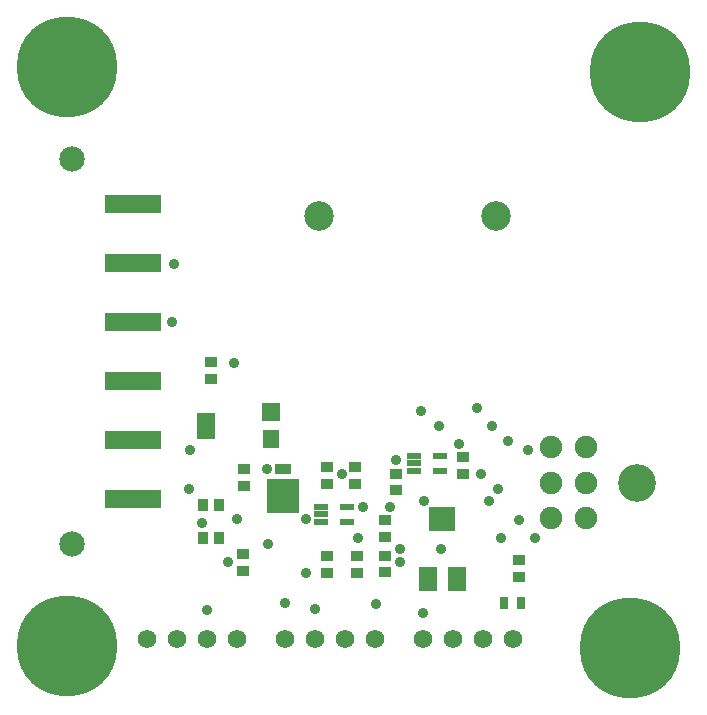
<source format=gts>
G04 Layer_Color=8388736*
%FSLAX44Y44*%
%MOMM*%
G71*
G01*
G75*
%ADD34R,2.2000X2.1000*%
%ADD35R,1.5000X2.1000*%
%ADD36R,2.7400X2.8700*%
%ADD37R,1.4700X0.9620*%
%ADD38R,0.9000X1.1000*%
%ADD39R,1.5000X2.2000*%
%ADD40R,1.4000X1.5000*%
%ADD41R,1.5000X1.5000*%
%ADD42R,1.1000X0.9000*%
%ADD43R,1.1500X0.5000*%
%ADD44R,0.7000X1.0000*%
%ADD45R,4.7032X1.6032*%
%ADD46R,4.7000X1.6000*%
%ADD47C,8.5000*%
%ADD48C,3.2000*%
%ADD49C,1.9000*%
%ADD50C,1.5716*%
%ADD51C,2.1500*%
%ADD52C,2.5000*%
%ADD53C,0.9000*%
D34*
X626310Y430730D02*
D03*
D35*
X638810Y379730D02*
D03*
X613810D02*
D03*
D36*
X491490Y449580D02*
D03*
D37*
Y473075D02*
D03*
D38*
X437530Y414020D02*
D03*
X423530D02*
D03*
Y441960D02*
D03*
X437530D02*
D03*
D39*
X426330Y509200D02*
D03*
D40*
X481330Y497700D02*
D03*
D41*
Y520700D02*
D03*
D42*
X643890Y482630D02*
D03*
Y468630D02*
D03*
X690880Y381620D02*
D03*
Y395620D02*
D03*
X586740Y468660D02*
D03*
Y454660D02*
D03*
X577850Y385430D02*
D03*
Y399430D02*
D03*
X577850Y415260D02*
D03*
Y429260D02*
D03*
X552450Y474360D02*
D03*
Y460360D02*
D03*
X528320Y460360D02*
D03*
Y474360D02*
D03*
X528320Y384810D02*
D03*
Y398810D02*
D03*
X553720Y384810D02*
D03*
Y398810D02*
D03*
X458470Y472440D02*
D03*
Y458440D02*
D03*
X457200Y400700D02*
D03*
Y386700D02*
D03*
X430530Y563260D02*
D03*
Y549260D02*
D03*
D43*
X602410Y477520D02*
D03*
Y471020D02*
D03*
Y484020D02*
D03*
X624410D02*
D03*
Y471020D02*
D03*
X523670Y434340D02*
D03*
Y427840D02*
D03*
Y440840D02*
D03*
X545670D02*
D03*
Y427840D02*
D03*
D44*
X678180Y359410D02*
D03*
X693180D02*
D03*
D45*
X364490Y547370D02*
D03*
D46*
Y497370D02*
D03*
Y447370D02*
D03*
Y597370D02*
D03*
Y647370D02*
D03*
Y697370D02*
D03*
D47*
X784860Y321310D02*
D03*
X793750Y808990D02*
D03*
X308610Y322580D02*
D03*
Y812800D02*
D03*
D48*
X791210Y461010D02*
D03*
D49*
X748010D02*
D03*
Y491010D02*
D03*
Y431010D02*
D03*
X718010D02*
D03*
Y461010D02*
D03*
Y491010D02*
D03*
D50*
X401320Y328930D02*
D03*
X375920D02*
D03*
X426720D02*
D03*
X452120D02*
D03*
X518160D02*
D03*
X492760D02*
D03*
X543560D02*
D03*
X568960D02*
D03*
X635000D02*
D03*
X609600D02*
D03*
X660400D02*
D03*
X685800D02*
D03*
D51*
X312990Y409370D02*
D03*
Y735370D02*
D03*
D52*
X521830Y687070D02*
D03*
X671830D02*
D03*
D53*
X478790Y408940D02*
D03*
X444500Y393700D02*
D03*
X586740Y480060D02*
D03*
X590550Y393700D02*
D03*
X659130Y468630D02*
D03*
X704850Y414020D02*
D03*
X624840Y405130D02*
D03*
X675640Y414020D02*
D03*
X590550Y405130D02*
D03*
X510540Y430530D02*
D03*
Y384810D02*
D03*
X477520Y472440D02*
D03*
X655320Y524510D02*
D03*
X668020Y509270D02*
D03*
X681990Y496570D02*
D03*
X608330Y521970D02*
D03*
X623570Y509270D02*
D03*
X640080Y494030D02*
D03*
X541020Y468630D02*
D03*
X673100Y455930D02*
D03*
X411480D02*
D03*
X422910Y426720D02*
D03*
X397510Y596900D02*
D03*
X398780Y646430D02*
D03*
X665480Y445770D02*
D03*
X698500Y488950D02*
D03*
X558800Y440690D02*
D03*
X581660D02*
D03*
X690880Y429260D02*
D03*
X554990Y414020D02*
D03*
X609600Y350520D02*
D03*
X570230Y358140D02*
D03*
X610870Y445770D02*
D03*
X518160Y354330D02*
D03*
X412750Y488950D02*
D03*
X492760Y359410D02*
D03*
X449580Y562610D02*
D03*
X452120Y430530D02*
D03*
X426720Y353060D02*
D03*
M02*

</source>
